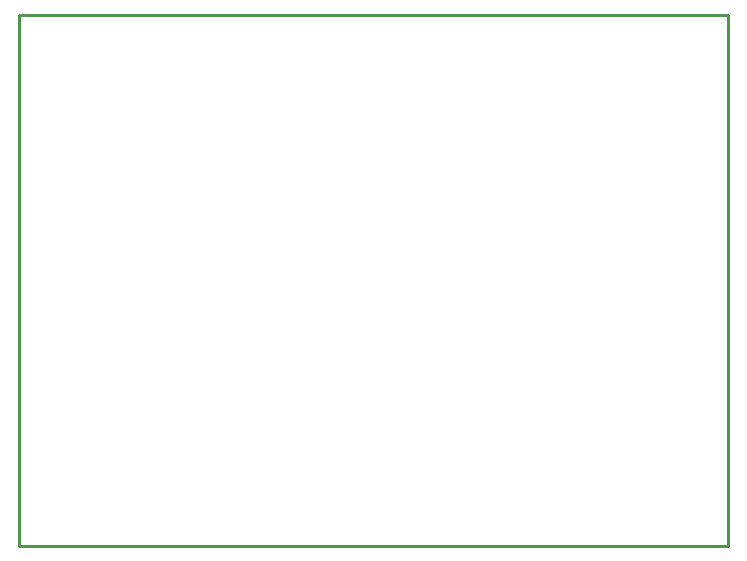
<source format=gbr>
G04 EAGLE Gerber RS-274X export*
G75*
%MOMM*%
%FSLAX34Y34*%
%LPD*%
%IN*%
%IPPOS*%
%AMOC8*
5,1,8,0,0,1.08239X$1,22.5*%
G01*
G04 Define Apertures*
%ADD10C,0.254000*%
D10*
X0Y0D02*
X600000Y0D01*
X600000Y450000D01*
X0Y450000D01*
X0Y0D01*
M02*

</source>
